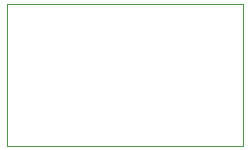
<source format=gbr>
%TF.GenerationSoftware,KiCad,Pcbnew,5.1.9-73d0e3b20d~88~ubuntu20.04.1*%
%TF.CreationDate,2020-12-29T15:59:37-08:00*%
%TF.ProjectId,ld06_adapter,6c643036-5f61-4646-9170-7465722e6b69,A*%
%TF.SameCoordinates,Original*%
%TF.FileFunction,Profile,NP*%
%FSLAX46Y46*%
G04 Gerber Fmt 4.6, Leading zero omitted, Abs format (unit mm)*
G04 Created by KiCad (PCBNEW 5.1.9-73d0e3b20d~88~ubuntu20.04.1) date 2020-12-29 15:59:37*
%MOMM*%
%LPD*%
G01*
G04 APERTURE LIST*
%TA.AperFunction,Profile*%
%ADD10C,0.100000*%
%TD*%
G04 APERTURE END LIST*
D10*
X110000000Y-94000000D02*
X110000000Y-106000000D01*
X90000000Y-94000000D02*
X110000000Y-94000000D01*
X90000000Y-106000000D02*
X90000000Y-94000000D01*
X90000000Y-106000000D02*
X110000000Y-106000000D01*
M02*

</source>
